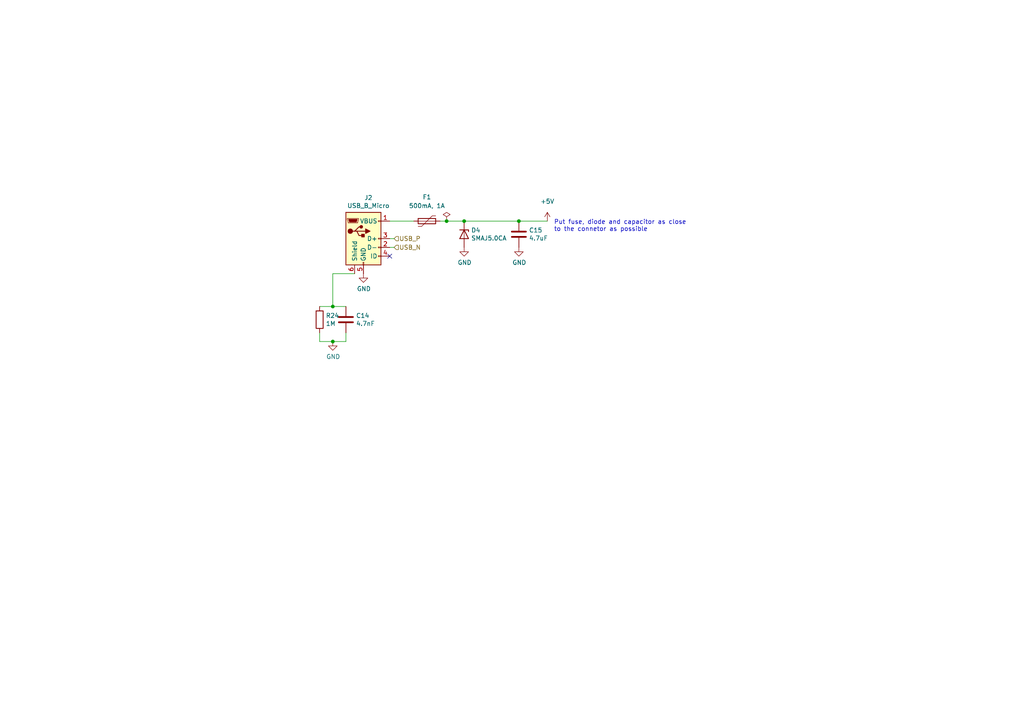
<source format=kicad_sch>
(kicad_sch (version 20211123) (generator eeschema)
  (paper "A4")
  (title_block (title "USB connector") (date "2022/01/07") (rev "v0.1") (company "Bzgec"))
  (lib_symbols
    (symbol "Connector:USB_B_Micro" (pin_names (offset 1.016))
      (property "Reference" "J" (at -5.08 11.43 0))
      (property "Value" "USB_B_Micro" (at -5.08 8.89 0))
      (symbol "USB_B_Micro_0_1"
        (rectangle (start -5.08 -7.62) (end 5.08 7.62) (stroke (width 0.254)) (fill (type background)))
        (circle (center -3.81 2.159) (radius 0.635) (stroke (width 0.254)) (fill (type outline)))
        (circle (center -0.635 3.429) (radius 0.381) (stroke (width 0.254)) (fill (type outline)))
        (rectangle (start -0.127 -7.62) (end 0.127 -6.858))
        (polyline (pts (xy -1.905 2.159) (xy 0.635 2.159)) (stroke (width 0.254)))
        (polyline (pts (xy -3.175 2.159) (xy -2.54 2.159) (xy -1.27 3.429) (xy -0.635 3.429)) (stroke (width 0.254)))
        (polyline (pts (xy -2.54 2.159) (xy -1.905 2.159) (xy -1.27 0.889) (xy 0 0.889)) (stroke (width 0.254)))
        (polyline (pts (xy 0.635 2.794) (xy 0.635 1.524) (xy 1.905 2.159) (xy 0.635 2.794)) (stroke (width 0.254)) (fill (type outline)))
        (polyline (pts (xy -4.318 5.588) (xy -1.778 5.588) (xy -2.032 4.826) (xy -4.064 4.826) (xy -4.318 5.588)) (fill (type outline)))
        (polyline (pts (xy -4.699 5.842) (xy -4.699 5.588) (xy -4.445 4.826) (xy -4.445 4.572) (xy -1.651 4.572) (xy -1.651 4.826) (xy -1.397 5.588) (xy -1.397 5.842) (xy -4.699 5.842)))
        (rectangle (start 0.254 1.27) (end -0.508 0.508) (stroke (width 0.254)) (fill (type outline)))
        (rectangle (start 5.08 -5.207) (end 4.318 -4.953))
        (rectangle (start 5.08 -2.667) (end 4.318 -2.413))
        (rectangle (start 5.08 -0.127) (end 4.318 0.127))
        (rectangle (start 5.08 4.953) (end 4.318 5.207))
      )
      (symbol "USB_B_Micro_1_1"
        (pin power_out line (at 7.62 5.08 180) (length 2.54) (name "VBUS") (number "1"))
        (pin bidirectional line (at 7.62 -2.54 180) (length 2.54) (name "D-") (number "2"))
        (pin bidirectional line (at 7.62 0 180) (length 2.54) (name "D+") (number "3"))
        (pin passive line (at 7.62 -5.08 180) (length 2.54) (name "ID") (number "4"))
        (pin power_out line (at 0 -10.16 90) (length 2.54) (name "GND") (number "5"))
        (pin passive line (at -2.54 -10.16 90) (length 2.54) (name "Shield") (number "6"))
      )
    )
    (symbol "Device:C" (pin_numbers hide) (pin_names (offset 0.254))
      (property "Reference" "C" (at 0.635 2.54 0))
      (property "Value" "C" (at 0.635 -2.54 0))
      (symbol "C_0_1"
        (polyline (pts (xy -2.032 -0.762) (xy 2.032 -0.762)) (stroke (width 0.508)))
        (polyline (pts (xy -2.032 0.762) (xy 2.032 0.762)) (stroke (width 0.508)))
      )
      (symbol "C_1_1"
        (pin passive line (at 0 3.81 270) (length 2.794) (name "~") (number "1"))
        (pin passive line (at 0 -3.81 90) (length 2.794) (name "~") (number "2"))
      )
    )
    (symbol "Device:D_Zener" (pin_numbers hide) (pin_names (offset 1.016) hide)
      (property "Reference" "D" (at 0 2.54 0))
      (property "Value" "D_Zener" (at 0 -2.54 0))
      (symbol "D_Zener_0_1"
        (polyline (pts (xy 1.27 0) (xy -1.27 0)))
        (polyline (pts (xy -1.27 -1.27) (xy -1.27 1.27) (xy -0.762 1.27)) (stroke (width 0.254)))
        (polyline (pts (xy 1.27 -1.27) (xy 1.27 1.27) (xy -1.27 0) (xy 1.27 -1.27)) (stroke (width 0.254)))
      )
      (symbol "D_Zener_1_1"
        (pin passive line (at -3.81 0 0) (length 2.54) (name "K") (number "1"))
        (pin passive line (at 3.81 0 180) (length 2.54) (name "A") (number "2"))
      )
    )
    (symbol "Device:Polyfuse" (pin_numbers hide) (pin_names (offset 0))
      (property "Reference" "F" (at -2.54 0 90))
      (property "Value" "Polyfuse" (at 2.54 0 90))
      (symbol "Polyfuse_0_1"
        (rectangle (start -0.762 2.54) (end 0.762 -2.54) (stroke (width 0.254)))
        (polyline (pts (xy 0 2.54) (xy 0 -2.54)))
        (polyline (pts (xy -1.524 2.54) (xy -1.524 1.524) (xy 1.524 -1.524) (xy 1.524 -2.54)))
      )
      (symbol "Polyfuse_1_1"
        (pin passive line (at 0 3.81 270) (length 1.27) (name "~") (number "1"))
        (pin passive line (at 0 -3.81 90) (length 1.27) (name "~") (number "2"))
      )
    )
    (symbol "Device:R" (pin_numbers hide) (pin_names (offset 0))
      (property "Reference" "R" (at 2.032 0 90))
      (property "Value" "R" (at 0 0 90))
      (symbol "R_0_1"
        (rectangle (start -1.016 -2.54) (end 1.016 2.54) (stroke (width 0.254)))
      )
      (symbol "R_1_1"
        (pin passive line (at 0 3.81 270) (length 1.27) (name "~") (number "1"))
        (pin passive line (at 0 -3.81 90) (length 1.27) (name "~") (number "2"))
      )
    )
    (symbol "power:+5V" (power) (pin_names (offset 0))
      (property "Value" "+5V" (at 0 3.556 0))
      (symbol "+5V_0_1"
        (polyline (pts (xy -0.762 1.27) (xy 0 2.54)))
        (polyline (pts (xy 0 0) (xy 0 2.54)))
        (polyline (pts (xy 0 2.54) (xy 0.762 1.27)))
      )
      (symbol "+5V_1_1"
        (pin power_in line (at 0 0 90) (length 0) hide (name "+5V") (number "1"))
      )
    )
    (symbol "power:GND" (power) (pin_names (offset 0))
      (property "Value" "GND" (at 0 -3.81 0))
      (symbol "GND_0_1"
        (polyline (pts (xy 0 0) (xy 0 -1.27) (xy 1.27 -1.27) (xy 0 -2.54) (xy -1.27 -1.27) (xy 0 -1.27)))
      )
      (symbol "GND_1_1"
        (pin power_in line (at 0 0 270) (length 0) hide (name "GND") (number "1"))
      )
    )
    (symbol "power:PWR_FLAG" (power) (pin_numbers hide) (pin_names (offset 0) hide)
      (property "Value" "PWR_FLAG" (at 0 3.81 0))
      (symbol "PWR_FLAG_0_0"
        (pin power_out line (at 0 0 90) (length 0) (name "pwr") (number "1"))
      )
      (symbol "PWR_FLAG_0_1"
        (polyline (pts (xy 0 0) (xy 0 1.27) (xy -1.016 1.905) (xy 0 2.54) (xy 1.016 1.905) (xy 0 1.27)))
      )
    )
  )
  (junction (at 134.62 64.135))
  (junction (at 96.52 99.06))
  (junction (at 150.495 64.135))
  (junction (at 96.52 88.9))
  (junction (at 129.54 64.135))
  (no_connect (at 113.03 74.295))
  (wire (pts (xy 113.03 64.135) (xy 120.015 64.135)))
  (wire (pts (xy 96.52 99.06) (xy 100.33 99.06)))
  (wire (pts (xy 96.52 79.375) (xy 102.87 79.375)))
  (wire (pts (xy 100.33 99.06) (xy 100.33 96.52)))
  (wire (pts (xy 92.71 96.52) (xy 92.71 99.06)))
  (wire (pts (xy 96.52 88.9) (xy 100.33 88.9)))
  (wire (pts (xy 92.71 88.9) (xy 96.52 88.9)))
  (wire (pts (xy 134.62 64.135) (xy 150.495 64.135)))
  (wire (pts (xy 150.495 64.135) (xy 158.75 64.135)))
  (wire (pts (xy 96.52 79.375) (xy 96.52 88.9)))
  (wire (pts (xy 113.03 71.755) (xy 114.3 71.755)))
  (wire (pts (xy 129.54 64.135) (xy 134.62 64.135)))
  (wire (pts (xy 127.635 64.135) (xy 129.54 64.135)))
  (wire (pts (xy 92.71 99.06) (xy 96.52 99.06)))
  (wire (pts (xy 113.03 69.215) (xy 114.3 69.215)))
  (text "Put fuse, diode and capacitor as close\nto the connetor as possible" (at 160.655 67.31 0) (effects (font (size 1.27 1.27)) (justify left bottom)))
  (hierarchical_label "USB_N" (shape input) (at 114.3 71.755 0))
  (hierarchical_label "USB_P" (shape input) (at 114.3 69.215 0))
  (symbol (lib_id "Device:Polyfuse") (at 123.825 64.135 270) (unit 1)
    (property "Reference" "F1" (at 123.825 57.15 90))
    (property "Value" "500mA, 1A" (at 123.825 59.69 90))
    (property "Footprint" "Fuse:Fuse_1206_3216Metric_Pad1.42x1.75mm_HandSolder" (effects hide))
    (property "Datasheet" "http://www.littelfuse.com/data/en/Data_Sheets/Littelfuse_PTC_1206L.pdf" (effects hide))
  )
  (symbol (lib_id "power:PWR_FLAG") (at 129.54 64.135 0) (unit 1)
    (property "Reference" "#FLG0102" (effects hide))
    (property "Value" "PWR_FLAG" (effects hide))
  )
  (symbol (lib_id "Connector:USB_B_Micro") (at 105.41 69.215 0) (unit 1)
    (property "Reference" "J2" (at 106.8578 57.3532 0))
    (property "Value" "USB_B_Micro" (at 106.8578 59.6646 0))
    (property "Footprint" "myLib:USB_Micro-B_Molex-105017-0001" (effects hide))
    (property "Datasheet" "https://cdn.amphenol-icc.com/media/wysiwyg/files/drawing/10118194.pdf" (effects hide))
  )
  (symbol (lib_id "power:+5V") (at 158.75 64.135 0) (unit 1)
    (property "Reference" "#PWR036" (effects hide))
    (property "Value" "+5V" (at 158.75 58.42 0))
  )
  (symbol (lib_id "power:GND") (at 134.62 71.755 0) (unit 1)
    (property "Reference" "#PWR034" (effects hide))
    (property "Value" "GND" (at 134.747 76.1492 0))
  )
  (symbol (lib_id "power:GND") (at 150.495 71.755 0) (unit 1)
    (property "Reference" "#PWR035" (effects hide))
    (property "Value" "GND" (at 150.622 76.1492 0))
  )
  (symbol (lib_id "Device:C") (at 100.33 92.71 0) (unit 1)
    (property "Reference" "C14" (at 103.251 91.5416 0) (effects (justify left)))
    (property "Value" "4.7nF" (at 103.251 93.853 0) (effects (justify left)))
    (property "Footprint" "Capacitor_SMD:C_0603_1608Metric_Pad1.08x0.95mm_HandSolder" (effects hide))
  )
  (symbol (lib_id "Device:D_Zener") (at 134.62 67.945 270) (unit 1)
    (property "Reference" "D4" (at 136.652 66.7766 90) (effects (justify left)))
    (property "Value" "SMAJ5.0CA" (at 136.652 69.088 90) (effects (justify left)))
    (property "Footprint" "Diode_SMD:D_SMA" (effects hide))
    (property "Datasheet" "https://www.littelfuse.com/~/media/electronics/datasheets/tvs_diodes/littelfuse_tvs_diode_smaj_datasheet.pdf.pdf" (effects hide))
  )
  (symbol (lib_id "Device:C") (at 150.495 67.945 0) (unit 1)
    (property "Reference" "C15" (at 153.416 66.7766 0) (effects (justify left)))
    (property "Value" "4.7uF" (at 153.416 69.088 0) (effects (justify left)))
    (property "Footprint" "Capacitor_SMD:C_0603_1608Metric_Pad1.08x0.95mm_HandSolder" (effects hide))
  )
  (symbol (lib_id "Device:R") (at 92.71 92.71 0) (unit 1)
    (property "Reference" "R24" (at 94.488 91.5416 0) (effects (justify left)))
    (property "Value" "1M" (at 94.488 93.853 0) (effects (justify left)))
    (property "Footprint" "Resistor_SMD:R_0603_1608Metric_Pad0.98x0.95mm_HandSolder" (effects hide))
  )
  (symbol (lib_id "power:GND") (at 96.52 99.06 0) (unit 1)
    (property "Reference" "#PWR032" (effects hide))
    (property "Value" "GND" (at 96.647 103.4542 0))
  )
  (symbol (lib_id "power:GND") (at 105.41 79.375 0) (unit 1)
    (property "Reference" "#PWR033" (effects hide))
    (property "Value" "GND" (at 105.537 83.7692 0))
  )
)
</source>
